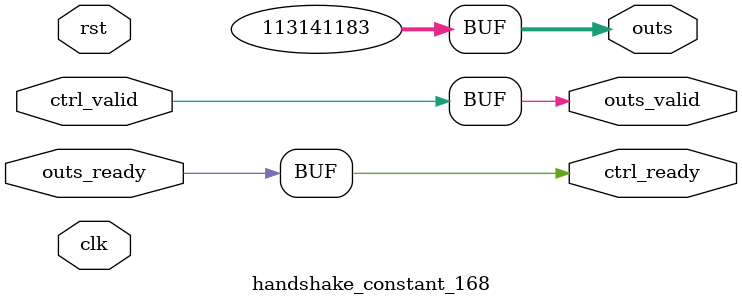
<source format=v>
`timescale 1ns / 1ps
module handshake_constant_168 #(
  parameter DATA_WIDTH = 32  // Default set to 32 bits
) (
  input                       clk,
  input                       rst,
  // Input Channel
  input                       ctrl_valid,
  output                      ctrl_ready,
  // Output Channel
  output [DATA_WIDTH - 1 : 0] outs,
  output                      outs_valid,
  input                       outs_ready
);
  assign outs       = 28'b0110101111100110010110111111;
  assign outs_valid = ctrl_valid;
  assign ctrl_ready = outs_ready;

endmodule

</source>
